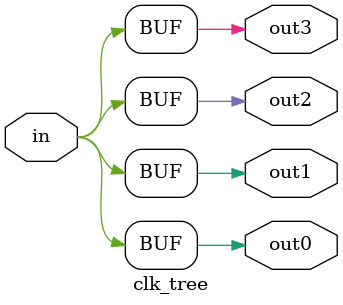
<source format=v>
module clk_tree(
input wire in,
output out0,
output out1,
output out2,
output out3);

assign out0 = in;
assign out1 = in;
assign out2 = in;
assign out3 = in;

endmodule

</source>
